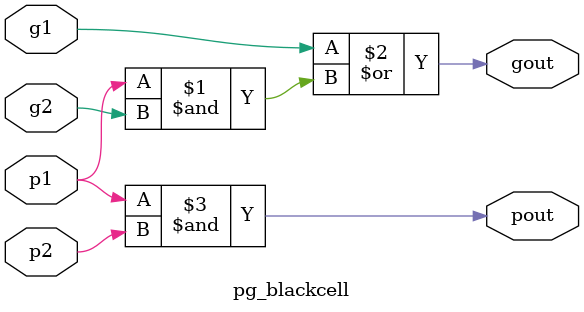
<source format=v>
module pg_blackcell(
	input p1,
	input g1,
	input p2,
	input g2,
	
	output pout,
	output gout
);

// Black cells contain the group generate and propagate terms.
assign gout = g1 | (p1 & g2);
assign pout = p1 & p2;

endmodule

</source>
